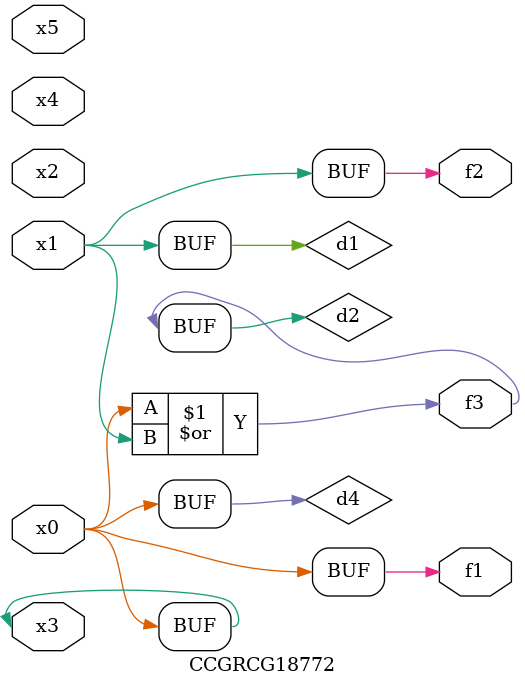
<source format=v>
module CCGRCG18772(
	input x0, x1, x2, x3, x4, x5,
	output f1, f2, f3
);

	wire d1, d2, d3, d4;

	and (d1, x1);
	or (d2, x0, x1);
	nand (d3, x0, x5);
	buf (d4, x0, x3);
	assign f1 = d4;
	assign f2 = d1;
	assign f3 = d2;
endmodule

</source>
